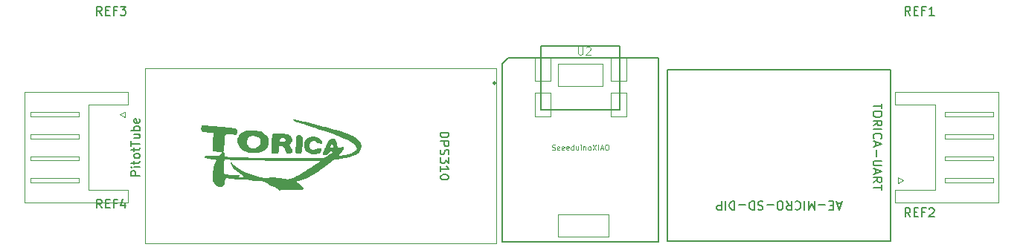
<source format=gbr>
%TF.GenerationSoftware,KiCad,Pcbnew,(6.0.11)*%
%TF.CreationDate,2023-02-20T15:08:45+09:00*%
%TF.ProjectId,airdata,61697264-6174-4612-9e6b-696361645f70,rev?*%
%TF.SameCoordinates,Original*%
%TF.FileFunction,Legend,Top*%
%TF.FilePolarity,Positive*%
%FSLAX46Y46*%
G04 Gerber Fmt 4.6, Leading zero omitted, Abs format (unit mm)*
G04 Created by KiCad (PCBNEW (6.0.11)) date 2023-02-20 15:08:45*
%MOMM*%
%LPD*%
G01*
G04 APERTURE LIST*
%ADD10C,0.101600*%
%ADD11C,0.076200*%
%ADD12C,0.150000*%
%ADD13C,0.066040*%
%ADD14C,0.127000*%
%ADD15C,0.254000*%
%ADD16C,0.120000*%
%ADD17C,0.200000*%
G04 APERTURE END LIST*
D10*
%TO.C,U2*%
X156182766Y-89875966D02*
X156182766Y-90595633D01*
X156225100Y-90680300D01*
X156267433Y-90722633D01*
X156352100Y-90764966D01*
X156521433Y-90764966D01*
X156606100Y-90722633D01*
X156648433Y-90680300D01*
X156690766Y-90595633D01*
X156690766Y-89875966D01*
X157071766Y-89960633D02*
X157114100Y-89918300D01*
X157198766Y-89875966D01*
X157410433Y-89875966D01*
X157495100Y-89918300D01*
X157537433Y-89960633D01*
X157579766Y-90045300D01*
X157579766Y-90129966D01*
X157537433Y-90256966D01*
X157029433Y-90764966D01*
X157579766Y-90764966D01*
D11*
X153193428Y-101595042D02*
X153280514Y-101624071D01*
X153425657Y-101624071D01*
X153483714Y-101595042D01*
X153512742Y-101566014D01*
X153541771Y-101507957D01*
X153541771Y-101449900D01*
X153512742Y-101391842D01*
X153483714Y-101362814D01*
X153425657Y-101333785D01*
X153309542Y-101304757D01*
X153251485Y-101275728D01*
X153222457Y-101246700D01*
X153193428Y-101188642D01*
X153193428Y-101130585D01*
X153222457Y-101072528D01*
X153251485Y-101043500D01*
X153309542Y-101014471D01*
X153454685Y-101014471D01*
X153541771Y-101043500D01*
X154035257Y-101595042D02*
X153977200Y-101624071D01*
X153861085Y-101624071D01*
X153803028Y-101595042D01*
X153774000Y-101536985D01*
X153774000Y-101304757D01*
X153803028Y-101246700D01*
X153861085Y-101217671D01*
X153977200Y-101217671D01*
X154035257Y-101246700D01*
X154064285Y-101304757D01*
X154064285Y-101362814D01*
X153774000Y-101420871D01*
X154557771Y-101595042D02*
X154499714Y-101624071D01*
X154383600Y-101624071D01*
X154325542Y-101595042D01*
X154296514Y-101536985D01*
X154296514Y-101304757D01*
X154325542Y-101246700D01*
X154383600Y-101217671D01*
X154499714Y-101217671D01*
X154557771Y-101246700D01*
X154586800Y-101304757D01*
X154586800Y-101362814D01*
X154296514Y-101420871D01*
X155080285Y-101595042D02*
X155022228Y-101624071D01*
X154906114Y-101624071D01*
X154848057Y-101595042D01*
X154819028Y-101536985D01*
X154819028Y-101304757D01*
X154848057Y-101246700D01*
X154906114Y-101217671D01*
X155022228Y-101217671D01*
X155080285Y-101246700D01*
X155109314Y-101304757D01*
X155109314Y-101362814D01*
X154819028Y-101420871D01*
X155631828Y-101624071D02*
X155631828Y-101014471D01*
X155631828Y-101595042D02*
X155573771Y-101624071D01*
X155457657Y-101624071D01*
X155399600Y-101595042D01*
X155370571Y-101566014D01*
X155341542Y-101507957D01*
X155341542Y-101333785D01*
X155370571Y-101275728D01*
X155399600Y-101246700D01*
X155457657Y-101217671D01*
X155573771Y-101217671D01*
X155631828Y-101246700D01*
X156183371Y-101217671D02*
X156183371Y-101624071D01*
X155922114Y-101217671D02*
X155922114Y-101536985D01*
X155951142Y-101595042D01*
X156009200Y-101624071D01*
X156096285Y-101624071D01*
X156154342Y-101595042D01*
X156183371Y-101566014D01*
X156473657Y-101624071D02*
X156473657Y-101217671D01*
X156473657Y-101014471D02*
X156444628Y-101043500D01*
X156473657Y-101072528D01*
X156502685Y-101043500D01*
X156473657Y-101014471D01*
X156473657Y-101072528D01*
X156763942Y-101217671D02*
X156763942Y-101624071D01*
X156763942Y-101275728D02*
X156792971Y-101246700D01*
X156851028Y-101217671D01*
X156938114Y-101217671D01*
X156996171Y-101246700D01*
X157025200Y-101304757D01*
X157025200Y-101624071D01*
X157402571Y-101624071D02*
X157344514Y-101595042D01*
X157315485Y-101566014D01*
X157286457Y-101507957D01*
X157286457Y-101333785D01*
X157315485Y-101275728D01*
X157344514Y-101246700D01*
X157402571Y-101217671D01*
X157489657Y-101217671D01*
X157547714Y-101246700D01*
X157576742Y-101275728D01*
X157605771Y-101333785D01*
X157605771Y-101507957D01*
X157576742Y-101566014D01*
X157547714Y-101595042D01*
X157489657Y-101624071D01*
X157402571Y-101624071D01*
X157808971Y-101014471D02*
X158215371Y-101624071D01*
X158215371Y-101014471D02*
X157808971Y-101624071D01*
X158447600Y-101624071D02*
X158447600Y-101014471D01*
X158708857Y-101449900D02*
X158999142Y-101449900D01*
X158650800Y-101624071D02*
X158854000Y-101014471D01*
X159057200Y-101624071D01*
X159376514Y-101014471D02*
X159492628Y-101014471D01*
X159550685Y-101043500D01*
X159608742Y-101101557D01*
X159637771Y-101217671D01*
X159637771Y-101420871D01*
X159608742Y-101536985D01*
X159550685Y-101595042D01*
X159492628Y-101624071D01*
X159376514Y-101624071D01*
X159318457Y-101595042D01*
X159260400Y-101536985D01*
X159231371Y-101420871D01*
X159231371Y-101217671D01*
X159260400Y-101101557D01*
X159318457Y-101043500D01*
X159376514Y-101014471D01*
D12*
%TO.C,REF2*%
X193952380Y-109252380D02*
X193619047Y-108776190D01*
X193380952Y-109252380D02*
X193380952Y-108252380D01*
X193761904Y-108252380D01*
X193857142Y-108300000D01*
X193904761Y-108347619D01*
X193952380Y-108442857D01*
X193952380Y-108585714D01*
X193904761Y-108680952D01*
X193857142Y-108728571D01*
X193761904Y-108776190D01*
X193380952Y-108776190D01*
X194380952Y-108728571D02*
X194714285Y-108728571D01*
X194857142Y-109252380D02*
X194380952Y-109252380D01*
X194380952Y-108252380D01*
X194857142Y-108252380D01*
X195619047Y-108728571D02*
X195285714Y-108728571D01*
X195285714Y-109252380D02*
X195285714Y-108252380D01*
X195761904Y-108252380D01*
X196095238Y-108347619D02*
X196142857Y-108300000D01*
X196238095Y-108252380D01*
X196476190Y-108252380D01*
X196571428Y-108300000D01*
X196619047Y-108347619D01*
X196666666Y-108442857D01*
X196666666Y-108538095D01*
X196619047Y-108680952D01*
X196047619Y-109252380D01*
X196666666Y-109252380D01*
%TO.C,TORICA-UART1*%
X190737619Y-96326428D02*
X190737619Y-96897857D01*
X189737619Y-96612142D02*
X190737619Y-96612142D01*
X190737619Y-97421666D02*
X190737619Y-97612142D01*
X190690000Y-97707380D01*
X190594761Y-97802619D01*
X190404285Y-97850238D01*
X190070952Y-97850238D01*
X189880476Y-97802619D01*
X189785238Y-97707380D01*
X189737619Y-97612142D01*
X189737619Y-97421666D01*
X189785238Y-97326428D01*
X189880476Y-97231190D01*
X190070952Y-97183571D01*
X190404285Y-97183571D01*
X190594761Y-97231190D01*
X190690000Y-97326428D01*
X190737619Y-97421666D01*
X189737619Y-98850238D02*
X190213809Y-98516904D01*
X189737619Y-98278809D02*
X190737619Y-98278809D01*
X190737619Y-98659761D01*
X190690000Y-98755000D01*
X190642380Y-98802619D01*
X190547142Y-98850238D01*
X190404285Y-98850238D01*
X190309047Y-98802619D01*
X190261428Y-98755000D01*
X190213809Y-98659761D01*
X190213809Y-98278809D01*
X189737619Y-99278809D02*
X190737619Y-99278809D01*
X189832857Y-100326428D02*
X189785238Y-100278809D01*
X189737619Y-100135952D01*
X189737619Y-100040714D01*
X189785238Y-99897857D01*
X189880476Y-99802619D01*
X189975714Y-99755000D01*
X190166190Y-99707380D01*
X190309047Y-99707380D01*
X190499523Y-99755000D01*
X190594761Y-99802619D01*
X190690000Y-99897857D01*
X190737619Y-100040714D01*
X190737619Y-100135952D01*
X190690000Y-100278809D01*
X190642380Y-100326428D01*
X190023333Y-100707380D02*
X190023333Y-101183571D01*
X189737619Y-100612142D02*
X190737619Y-100945476D01*
X189737619Y-101278809D01*
X190118571Y-101612142D02*
X190118571Y-102374047D01*
X190737619Y-102850238D02*
X189928095Y-102850238D01*
X189832857Y-102897857D01*
X189785238Y-102945476D01*
X189737619Y-103040714D01*
X189737619Y-103231190D01*
X189785238Y-103326428D01*
X189832857Y-103374047D01*
X189928095Y-103421666D01*
X190737619Y-103421666D01*
X190023333Y-103850238D02*
X190023333Y-104326428D01*
X189737619Y-103755000D02*
X190737619Y-104088333D01*
X189737619Y-104421666D01*
X189737619Y-105326428D02*
X190213809Y-104993095D01*
X189737619Y-104755000D02*
X190737619Y-104755000D01*
X190737619Y-105135952D01*
X190690000Y-105231190D01*
X190642380Y-105278809D01*
X190547142Y-105326428D01*
X190404285Y-105326428D01*
X190309047Y-105278809D01*
X190261428Y-105231190D01*
X190213809Y-105135952D01*
X190213809Y-104755000D01*
X190737619Y-105612142D02*
X190737619Y-106183571D01*
X189737619Y-105897857D02*
X190737619Y-105897857D01*
%TO.C,REF1*%
X193952380Y-86252380D02*
X193619047Y-85776190D01*
X193380952Y-86252380D02*
X193380952Y-85252380D01*
X193761904Y-85252380D01*
X193857142Y-85300000D01*
X193904761Y-85347619D01*
X193952380Y-85442857D01*
X193952380Y-85585714D01*
X193904761Y-85680952D01*
X193857142Y-85728571D01*
X193761904Y-85776190D01*
X193380952Y-85776190D01*
X194380952Y-85728571D02*
X194714285Y-85728571D01*
X194857142Y-86252380D02*
X194380952Y-86252380D01*
X194380952Y-85252380D01*
X194857142Y-85252380D01*
X195619047Y-85728571D02*
X195285714Y-85728571D01*
X195285714Y-86252380D02*
X195285714Y-85252380D01*
X195761904Y-85252380D01*
X196666666Y-86252380D02*
X196095238Y-86252380D01*
X196380952Y-86252380D02*
X196380952Y-85252380D01*
X196285714Y-85395238D01*
X196190476Y-85490476D01*
X196095238Y-85538095D01*
%TO.C,PitotTube1*%
X106282380Y-104568095D02*
X105282380Y-104568095D01*
X105282380Y-104187142D01*
X105330000Y-104091904D01*
X105377619Y-104044285D01*
X105472857Y-103996666D01*
X105615714Y-103996666D01*
X105710952Y-104044285D01*
X105758571Y-104091904D01*
X105806190Y-104187142D01*
X105806190Y-104568095D01*
X106282380Y-103568095D02*
X105615714Y-103568095D01*
X105282380Y-103568095D02*
X105330000Y-103615714D01*
X105377619Y-103568095D01*
X105330000Y-103520476D01*
X105282380Y-103568095D01*
X105377619Y-103568095D01*
X105615714Y-103234761D02*
X105615714Y-102853809D01*
X105282380Y-103091904D02*
X106139523Y-103091904D01*
X106234761Y-103044285D01*
X106282380Y-102949047D01*
X106282380Y-102853809D01*
X106282380Y-102377619D02*
X106234761Y-102472857D01*
X106187142Y-102520476D01*
X106091904Y-102568095D01*
X105806190Y-102568095D01*
X105710952Y-102520476D01*
X105663333Y-102472857D01*
X105615714Y-102377619D01*
X105615714Y-102234761D01*
X105663333Y-102139523D01*
X105710952Y-102091904D01*
X105806190Y-102044285D01*
X106091904Y-102044285D01*
X106187142Y-102091904D01*
X106234761Y-102139523D01*
X106282380Y-102234761D01*
X106282380Y-102377619D01*
X105615714Y-101758571D02*
X105615714Y-101377619D01*
X105282380Y-101615714D02*
X106139523Y-101615714D01*
X106234761Y-101568095D01*
X106282380Y-101472857D01*
X106282380Y-101377619D01*
X105282380Y-101187142D02*
X105282380Y-100615714D01*
X106282380Y-100901428D02*
X105282380Y-100901428D01*
X105615714Y-99853809D02*
X106282380Y-99853809D01*
X105615714Y-100282380D02*
X106139523Y-100282380D01*
X106234761Y-100234761D01*
X106282380Y-100139523D01*
X106282380Y-99996666D01*
X106234761Y-99901428D01*
X106187142Y-99853809D01*
X106282380Y-99377619D02*
X105282380Y-99377619D01*
X105663333Y-99377619D02*
X105615714Y-99282380D01*
X105615714Y-99091904D01*
X105663333Y-98996666D01*
X105710952Y-98949047D01*
X105806190Y-98901428D01*
X106091904Y-98901428D01*
X106187142Y-98949047D01*
X106234761Y-98996666D01*
X106282380Y-99091904D01*
X106282380Y-99282380D01*
X106234761Y-99377619D01*
X106234761Y-98091904D02*
X106282380Y-98187142D01*
X106282380Y-98377619D01*
X106234761Y-98472857D01*
X106139523Y-98520476D01*
X105758571Y-98520476D01*
X105663333Y-98472857D01*
X105615714Y-98377619D01*
X105615714Y-98187142D01*
X105663333Y-98091904D01*
X105758571Y-98044285D01*
X105853809Y-98044285D01*
X105949047Y-98520476D01*
%TO.C,REF3*%
X101952380Y-86252380D02*
X101619047Y-85776190D01*
X101380952Y-86252380D02*
X101380952Y-85252380D01*
X101761904Y-85252380D01*
X101857142Y-85300000D01*
X101904761Y-85347619D01*
X101952380Y-85442857D01*
X101952380Y-85585714D01*
X101904761Y-85680952D01*
X101857142Y-85728571D01*
X101761904Y-85776190D01*
X101380952Y-85776190D01*
X102380952Y-85728571D02*
X102714285Y-85728571D01*
X102857142Y-86252380D02*
X102380952Y-86252380D01*
X102380952Y-85252380D01*
X102857142Y-85252380D01*
X103619047Y-85728571D02*
X103285714Y-85728571D01*
X103285714Y-86252380D02*
X103285714Y-85252380D01*
X103761904Y-85252380D01*
X104047619Y-85252380D02*
X104666666Y-85252380D01*
X104333333Y-85633333D01*
X104476190Y-85633333D01*
X104571428Y-85680952D01*
X104619047Y-85728571D01*
X104666666Y-85823809D01*
X104666666Y-86061904D01*
X104619047Y-86157142D01*
X104571428Y-86204761D01*
X104476190Y-86252380D01*
X104190476Y-86252380D01*
X104095238Y-86204761D01*
X104047619Y-86157142D01*
%TO.C,REF4*%
X101952380Y-108252380D02*
X101619047Y-107776190D01*
X101380952Y-108252380D02*
X101380952Y-107252380D01*
X101761904Y-107252380D01*
X101857142Y-107300000D01*
X101904761Y-107347619D01*
X101952380Y-107442857D01*
X101952380Y-107585714D01*
X101904761Y-107680952D01*
X101857142Y-107728571D01*
X101761904Y-107776190D01*
X101380952Y-107776190D01*
X102380952Y-107728571D02*
X102714285Y-107728571D01*
X102857142Y-108252380D02*
X102380952Y-108252380D01*
X102380952Y-107252380D01*
X102857142Y-107252380D01*
X103619047Y-107728571D02*
X103285714Y-107728571D01*
X103285714Y-108252380D02*
X103285714Y-107252380D01*
X103761904Y-107252380D01*
X104571428Y-107585714D02*
X104571428Y-108252380D01*
X104333333Y-107204761D02*
X104095238Y-107919047D01*
X104714285Y-107919047D01*
%TO.C,J1*%
X186095238Y-107738333D02*
X185619047Y-107738333D01*
X186190476Y-107452619D02*
X185857142Y-108452619D01*
X185523809Y-107452619D01*
X185190476Y-107976428D02*
X184857142Y-107976428D01*
X184714285Y-107452619D02*
X185190476Y-107452619D01*
X185190476Y-108452619D01*
X184714285Y-108452619D01*
X184285714Y-107833571D02*
X183523809Y-107833571D01*
X183047619Y-107452619D02*
X183047619Y-108452619D01*
X182714285Y-107738333D01*
X182380952Y-108452619D01*
X182380952Y-107452619D01*
X181904761Y-107452619D02*
X181904761Y-108452619D01*
X180857142Y-107547857D02*
X180904761Y-107500238D01*
X181047619Y-107452619D01*
X181142857Y-107452619D01*
X181285714Y-107500238D01*
X181380952Y-107595476D01*
X181428571Y-107690714D01*
X181476190Y-107881190D01*
X181476190Y-108024047D01*
X181428571Y-108214523D01*
X181380952Y-108309761D01*
X181285714Y-108405000D01*
X181142857Y-108452619D01*
X181047619Y-108452619D01*
X180904761Y-108405000D01*
X180857142Y-108357380D01*
X179857142Y-107452619D02*
X180190476Y-107928809D01*
X180428571Y-107452619D02*
X180428571Y-108452619D01*
X180047619Y-108452619D01*
X179952380Y-108405000D01*
X179904761Y-108357380D01*
X179857142Y-108262142D01*
X179857142Y-108119285D01*
X179904761Y-108024047D01*
X179952380Y-107976428D01*
X180047619Y-107928809D01*
X180428571Y-107928809D01*
X179238095Y-108452619D02*
X179047619Y-108452619D01*
X178952380Y-108405000D01*
X178857142Y-108309761D01*
X178809523Y-108119285D01*
X178809523Y-107785952D01*
X178857142Y-107595476D01*
X178952380Y-107500238D01*
X179047619Y-107452619D01*
X179238095Y-107452619D01*
X179333333Y-107500238D01*
X179428571Y-107595476D01*
X179476190Y-107785952D01*
X179476190Y-108119285D01*
X179428571Y-108309761D01*
X179333333Y-108405000D01*
X179238095Y-108452619D01*
X178380952Y-107833571D02*
X177619047Y-107833571D01*
X177190476Y-107500238D02*
X177047619Y-107452619D01*
X176809523Y-107452619D01*
X176714285Y-107500238D01*
X176666666Y-107547857D01*
X176619047Y-107643095D01*
X176619047Y-107738333D01*
X176666666Y-107833571D01*
X176714285Y-107881190D01*
X176809523Y-107928809D01*
X177000000Y-107976428D01*
X177095238Y-108024047D01*
X177142857Y-108071666D01*
X177190476Y-108166904D01*
X177190476Y-108262142D01*
X177142857Y-108357380D01*
X177095238Y-108405000D01*
X177000000Y-108452619D01*
X176761904Y-108452619D01*
X176619047Y-108405000D01*
X176190476Y-107452619D02*
X176190476Y-108452619D01*
X175952380Y-108452619D01*
X175809523Y-108405000D01*
X175714285Y-108309761D01*
X175666666Y-108214523D01*
X175619047Y-108024047D01*
X175619047Y-107881190D01*
X175666666Y-107690714D01*
X175714285Y-107595476D01*
X175809523Y-107500238D01*
X175952380Y-107452619D01*
X176190476Y-107452619D01*
X175190476Y-107833571D02*
X174428571Y-107833571D01*
X173952380Y-107452619D02*
X173952380Y-108452619D01*
X173714285Y-108452619D01*
X173571428Y-108405000D01*
X173476190Y-108309761D01*
X173428571Y-108214523D01*
X173380952Y-108024047D01*
X173380952Y-107881190D01*
X173428571Y-107690714D01*
X173476190Y-107595476D01*
X173571428Y-107500238D01*
X173714285Y-107452619D01*
X173952380Y-107452619D01*
X172952380Y-107452619D02*
X172952380Y-108452619D01*
X172476190Y-107452619D02*
X172476190Y-108452619D01*
X172095238Y-108452619D01*
X172000000Y-108405000D01*
X171952380Y-108357380D01*
X171904761Y-108262142D01*
X171904761Y-108119285D01*
X171952380Y-108024047D01*
X172000000Y-107976428D01*
X172095238Y-107928809D01*
X172476190Y-107928809D01*
%TO.C,U1*%
X140447619Y-99628333D02*
X141447619Y-99628333D01*
X141447619Y-99866428D01*
X141400000Y-100009285D01*
X141304761Y-100104523D01*
X141209523Y-100152142D01*
X141019047Y-100199761D01*
X140876190Y-100199761D01*
X140685714Y-100152142D01*
X140590476Y-100104523D01*
X140495238Y-100009285D01*
X140447619Y-99866428D01*
X140447619Y-99628333D01*
X140447619Y-100628333D02*
X141447619Y-100628333D01*
X141447619Y-101009285D01*
X141400000Y-101104523D01*
X141352380Y-101152142D01*
X141257142Y-101199761D01*
X141114285Y-101199761D01*
X141019047Y-101152142D01*
X140971428Y-101104523D01*
X140923809Y-101009285D01*
X140923809Y-100628333D01*
X140495238Y-101580714D02*
X140447619Y-101723571D01*
X140447619Y-101961666D01*
X140495238Y-102056904D01*
X140542857Y-102104523D01*
X140638095Y-102152142D01*
X140733333Y-102152142D01*
X140828571Y-102104523D01*
X140876190Y-102056904D01*
X140923809Y-101961666D01*
X140971428Y-101771190D01*
X141019047Y-101675952D01*
X141066666Y-101628333D01*
X141161904Y-101580714D01*
X141257142Y-101580714D01*
X141352380Y-101628333D01*
X141400000Y-101675952D01*
X141447619Y-101771190D01*
X141447619Y-102009285D01*
X141400000Y-102152142D01*
X141447619Y-102485476D02*
X141447619Y-103104523D01*
X141066666Y-102771190D01*
X141066666Y-102914047D01*
X141019047Y-103009285D01*
X140971428Y-103056904D01*
X140876190Y-103104523D01*
X140638095Y-103104523D01*
X140542857Y-103056904D01*
X140495238Y-103009285D01*
X140447619Y-102914047D01*
X140447619Y-102628333D01*
X140495238Y-102533095D01*
X140542857Y-102485476D01*
X140447619Y-104056904D02*
X140447619Y-103485476D01*
X140447619Y-103771190D02*
X141447619Y-103771190D01*
X141304761Y-103675952D01*
X141209523Y-103580714D01*
X141161904Y-103485476D01*
X141447619Y-104675952D02*
X141447619Y-104771190D01*
X141400000Y-104866428D01*
X141352380Y-104914047D01*
X141257142Y-104961666D01*
X141066666Y-105009285D01*
X140828571Y-105009285D01*
X140638095Y-104961666D01*
X140542857Y-104914047D01*
X140495238Y-104866428D01*
X140447619Y-104771190D01*
X140447619Y-104675952D01*
X140495238Y-104580714D01*
X140542857Y-104533095D01*
X140638095Y-104485476D01*
X140828571Y-104437857D01*
X141066666Y-104437857D01*
X141257142Y-104485476D01*
X141352380Y-104533095D01*
X141400000Y-104580714D01*
X141447619Y-104675952D01*
D13*
%TO.C,U2*%
X151208600Y-91061300D02*
X152986600Y-91061300D01*
D14*
X147525600Y-91815680D02*
X147525600Y-112143300D01*
D13*
X153875600Y-111508300D02*
X153875600Y-108968300D01*
X151208600Y-93728300D02*
X152986600Y-93728300D01*
D14*
X160919020Y-97073480D02*
X151919800Y-97073480D01*
D13*
X161622600Y-93728300D02*
X161622600Y-91061300D01*
X158955600Y-94363300D02*
X158955600Y-91823300D01*
X151208600Y-97794840D02*
X152986600Y-97794840D01*
D14*
X148196160Y-91145120D02*
X147525600Y-91815680D01*
D13*
X153875600Y-108968300D02*
X159590600Y-108968300D01*
D14*
X147525600Y-112143300D02*
X165323380Y-112143300D01*
D13*
X159844600Y-91061300D02*
X161622600Y-91061300D01*
X153875600Y-111508300D02*
X159590600Y-111508300D01*
D14*
X160919020Y-89720180D02*
X160919020Y-97073480D01*
D13*
X152986600Y-97794840D02*
X152986600Y-95125300D01*
D14*
X165323380Y-112143300D02*
X165323380Y-91145120D01*
X151919800Y-97073480D02*
X151919800Y-89720180D01*
D13*
X161622600Y-97794840D02*
X161622600Y-95125300D01*
X151208600Y-95125300D02*
X152986600Y-95125300D01*
D14*
X165323380Y-91145120D02*
X148196160Y-91145120D01*
D13*
X151208600Y-93728300D02*
X151208600Y-91061300D01*
X153875600Y-91823300D02*
X158955600Y-91823300D01*
X159844600Y-95125300D02*
X161622600Y-95125300D01*
X159844600Y-93728300D02*
X161622600Y-93728300D01*
X151208600Y-97794840D02*
X151208600Y-95125300D01*
X159590600Y-111508300D02*
X159590600Y-108968300D01*
X159844600Y-97794840D02*
X161622600Y-97794840D01*
X153875600Y-94363300D02*
X153875600Y-91823300D01*
X152986600Y-93728300D02*
X152986600Y-91061300D01*
X159844600Y-97794840D02*
X159844600Y-95125300D01*
X159844600Y-93728300D02*
X159844600Y-91061300D01*
D14*
X151924880Y-89720180D02*
X160919020Y-89720180D01*
D13*
X153875600Y-94363300D02*
X158955600Y-94363300D01*
D15*
X146763600Y-93982300D02*
G75*
G03*
X146763600Y-93982300I-127000J0D01*
G01*
%TO.C,G\u002A\u002A\u002A*%
G36*
X124564559Y-99950724D02*
G01*
X124682731Y-99982977D01*
X124755785Y-100062400D01*
X124793820Y-100210459D01*
X124806933Y-100448620D01*
X124805225Y-100798349D01*
X124804869Y-100823506D01*
X124794640Y-101154609D01*
X124775449Y-101456961D01*
X124750251Y-101692787D01*
X124727855Y-101807831D01*
X124674516Y-101944757D01*
X124594474Y-102007986D01*
X124441506Y-102025616D01*
X124368596Y-102026217D01*
X124179084Y-102010409D01*
X124051010Y-101970692D01*
X124029161Y-101951415D01*
X124016546Y-101861287D01*
X124012804Y-101668196D01*
X124016622Y-101403185D01*
X124026685Y-101097294D01*
X124041682Y-100781565D01*
X124060297Y-100487041D01*
X124081217Y-100244764D01*
X124103129Y-100085775D01*
X124109167Y-100060741D01*
X124182707Y-99974836D01*
X124352294Y-99944592D01*
X124391168Y-99944177D01*
X124564559Y-99950724D01*
G37*
G36*
X126222244Y-100106499D02*
G01*
X126567486Y-100212290D01*
X126733915Y-100304266D01*
X126882478Y-100434678D01*
X126998127Y-100594917D01*
X127058212Y-100745130D01*
X127040986Y-100844578D01*
X126913370Y-100889665D01*
X126722821Y-100873112D01*
X126520187Y-100804803D01*
X126379367Y-100715981D01*
X126239918Y-100607308D01*
X126141391Y-100550423D01*
X126129312Y-100547992D01*
X125999826Y-100588720D01*
X125838465Y-100685308D01*
X125708742Y-100798948D01*
X125699095Y-100810870D01*
X125625041Y-100995421D01*
X125620875Y-101220004D01*
X125682231Y-101422594D01*
X125748122Y-101507315D01*
X125927689Y-101598217D01*
X126132866Y-101617199D01*
X126306205Y-101562839D01*
X126352116Y-101522248D01*
X126479850Y-101452023D01*
X126670689Y-101423497D01*
X126858332Y-101442114D01*
X126935970Y-101474306D01*
X126975536Y-101566577D01*
X126930084Y-101707431D01*
X126820588Y-101862831D01*
X126668022Y-101998736D01*
X126581946Y-102048836D01*
X126245837Y-102140755D01*
X125871405Y-102128972D01*
X125632506Y-102066089D01*
X125325616Y-101888551D01*
X125110053Y-101621277D01*
X124994460Y-101280475D01*
X124987479Y-100882353D01*
X124990126Y-100861302D01*
X125090090Y-100564914D01*
X125287458Y-100333518D01*
X125558055Y-100174835D01*
X125877709Y-100096588D01*
X126222244Y-100106499D01*
G37*
G36*
X114833028Y-103123289D02*
G01*
X114943445Y-102919656D01*
X114943565Y-102919504D01*
X114979590Y-102807204D01*
X114895628Y-102730185D01*
X114703687Y-102698469D01*
X114678390Y-102698174D01*
X114477294Y-102686251D01*
X114212538Y-102655486D01*
X114018140Y-102625429D01*
X113790642Y-102580848D01*
X113669708Y-102538296D01*
X113628541Y-102483202D01*
X113635749Y-102417527D01*
X113659591Y-102358943D01*
X113710515Y-102321452D01*
X113812756Y-102301595D01*
X113990547Y-102295918D01*
X114268123Y-102300964D01*
X114421388Y-102305484D01*
X114749624Y-102314181D01*
X114973697Y-102312944D01*
X115123746Y-102296860D01*
X115229906Y-102261013D01*
X115322313Y-102200490D01*
X115386238Y-102148147D01*
X115520349Y-102019555D01*
X115595176Y-101917133D01*
X115600793Y-101896163D01*
X115537433Y-101856249D01*
X115361757Y-101830977D01*
X115147222Y-101823600D01*
X114902584Y-101814931D01*
X114705494Y-101793266D01*
X114602750Y-101764970D01*
X114568273Y-101722327D01*
X114549066Y-101634456D01*
X114545013Y-101481311D01*
X114555998Y-101242848D01*
X114581904Y-100899021D01*
X114596717Y-100724031D01*
X114623807Y-100374115D01*
X114641243Y-100072915D01*
X114648047Y-99845203D01*
X114643241Y-99715754D01*
X114637314Y-99696423D01*
X114553875Y-99672489D01*
X114370846Y-99647739D01*
X114122926Y-99626524D01*
X114038584Y-99621360D01*
X113701515Y-99597304D01*
X113476502Y-99561036D01*
X113341213Y-99499676D01*
X113273314Y-99400343D01*
X113250472Y-99250155D01*
X113248942Y-99165924D01*
X113270633Y-98940781D01*
X113333620Y-98832092D01*
X113342495Y-98827898D01*
X113434436Y-98823498D01*
X113639332Y-98831293D01*
X113936432Y-98849915D01*
X114304987Y-98877997D01*
X114724244Y-98914170D01*
X114904797Y-98930910D01*
X115367657Y-98974566D01*
X115815165Y-99016555D01*
X116219480Y-99054280D01*
X116552760Y-99085147D01*
X116787163Y-99106559D01*
X116827622Y-99110181D01*
X117105251Y-99145160D01*
X117272111Y-99204385D01*
X117351815Y-99310179D01*
X117367972Y-99484866D01*
X117358892Y-99612499D01*
X117332490Y-99889347D01*
X116671274Y-99842021D01*
X116408819Y-99820940D01*
X116219557Y-99813083D01*
X116090665Y-99836398D01*
X116009316Y-99908834D01*
X115962687Y-100048340D01*
X115937951Y-100272863D01*
X115922284Y-100600352D01*
X115909504Y-100908112D01*
X115888624Y-101239240D01*
X115859657Y-101517637D01*
X115826218Y-101714882D01*
X115796219Y-101798456D01*
X115757511Y-101873488D01*
X115827751Y-101891825D01*
X115906605Y-101933992D01*
X115935872Y-102076445D01*
X115936772Y-102123966D01*
X115950634Y-102283670D01*
X116018315Y-102357207D01*
X116155159Y-102388552D01*
X116376838Y-102411716D01*
X116714261Y-102433787D01*
X117153863Y-102454627D01*
X117682079Y-102474098D01*
X118285346Y-102492062D01*
X118950099Y-102508382D01*
X119662773Y-102522919D01*
X120409805Y-102535537D01*
X121177631Y-102546097D01*
X121952685Y-102554462D01*
X122721405Y-102560493D01*
X123470225Y-102564054D01*
X124185582Y-102565007D01*
X124853911Y-102563214D01*
X125461647Y-102558536D01*
X125995228Y-102550837D01*
X126441088Y-102539979D01*
X126785663Y-102525824D01*
X127015390Y-102508234D01*
X127076273Y-102499431D01*
X127350096Y-102427143D01*
X127575544Y-102329964D01*
X127722471Y-102223595D01*
X127763227Y-102141681D01*
X127791604Y-102103549D01*
X127806039Y-102113826D01*
X127883738Y-102110850D01*
X128005155Y-102043884D01*
X128124393Y-101947498D01*
X128195557Y-101856260D01*
X128196824Y-101819491D01*
X128092278Y-101753207D01*
X127951742Y-101787822D01*
X127810307Y-101910177D01*
X127759771Y-101983387D01*
X127632841Y-102145694D01*
X127500374Y-102194905D01*
X127476455Y-102193550D01*
X127298263Y-102176506D01*
X127208862Y-102169184D01*
X127114428Y-102118489D01*
X127103204Y-101981449D01*
X127175690Y-101750908D01*
X127249719Y-101585221D01*
X127368645Y-101333675D01*
X127412283Y-101239930D01*
X127948589Y-101239930D01*
X127972969Y-101325809D01*
X128100066Y-101353508D01*
X128144003Y-101354259D01*
X128272731Y-101315073D01*
X128300793Y-101232711D01*
X128262189Y-101080563D01*
X128210104Y-100987137D01*
X128144440Y-100914126D01*
X128092548Y-100933828D01*
X128020832Y-101060743D01*
X128015680Y-101071052D01*
X127948589Y-101239930D01*
X127412283Y-101239930D01*
X127486868Y-101079704D01*
X127530435Y-100984682D01*
X127679630Y-100686832D01*
X127813444Y-100497426D01*
X127951382Y-100395125D01*
X128102076Y-100359330D01*
X128369788Y-100367439D01*
X128526916Y-100439297D01*
X128569577Y-100548472D01*
X128598572Y-100673232D01*
X128630925Y-100712286D01*
X128681063Y-100797884D01*
X128727226Y-100961432D01*
X128735019Y-101003208D01*
X128786305Y-101243108D01*
X128850665Y-101366565D01*
X128947956Y-101391359D01*
X129098035Y-101335266D01*
X129103104Y-101332747D01*
X129316980Y-101261080D01*
X129453509Y-101284232D01*
X129507861Y-101383876D01*
X129475209Y-101541687D01*
X129350727Y-101739339D01*
X129241534Y-101858227D01*
X129052936Y-102064045D01*
X128976512Y-102202582D01*
X129012487Y-102272039D01*
X129161083Y-102270613D01*
X129191137Y-102264601D01*
X129410657Y-102222090D01*
X129654197Y-102181482D01*
X129676921Y-102178090D01*
X129971970Y-102108268D01*
X130303158Y-101990236D01*
X130611190Y-101847702D01*
X130810929Y-101724686D01*
X130935564Y-101588386D01*
X130988601Y-101445483D01*
X130988624Y-101443056D01*
X130941980Y-101318857D01*
X130823130Y-101148660D01*
X130663694Y-100966580D01*
X130495295Y-100806730D01*
X130349554Y-100703224D01*
X130283453Y-100682301D01*
X130193785Y-100646138D01*
X130182275Y-100615106D01*
X130130228Y-100551025D01*
X130107887Y-100547910D01*
X130013797Y-100521272D01*
X129835434Y-100451099D01*
X129609686Y-100352004D01*
X129587120Y-100341619D01*
X129346652Y-100230525D01*
X129139447Y-100134864D01*
X129009078Y-100074752D01*
X129006349Y-100073497D01*
X128842229Y-100006170D01*
X128577866Y-99907072D01*
X128240858Y-99785881D01*
X127858804Y-99652274D01*
X127459301Y-99515927D01*
X127069947Y-99386520D01*
X126788889Y-99295939D01*
X126483377Y-99196993D01*
X126217385Y-99106758D01*
X126021863Y-99035990D01*
X125933054Y-98998564D01*
X125763950Y-98943300D01*
X125685036Y-98935211D01*
X125559771Y-98910036D01*
X125519266Y-98879499D01*
X125439885Y-98835594D01*
X125269447Y-98778899D01*
X125095327Y-98733830D01*
X124874508Y-98677879D01*
X124705428Y-98626015D01*
X124638624Y-98597220D01*
X124528643Y-98548998D01*
X124369841Y-98502523D01*
X124139418Y-98432787D01*
X123944757Y-98348012D01*
X123804890Y-98261848D01*
X123738853Y-98187944D01*
X123765679Y-98139949D01*
X123849074Y-98129076D01*
X123979079Y-98146422D01*
X124222938Y-98195661D01*
X124564950Y-98272961D01*
X124989412Y-98374491D01*
X125480621Y-98496420D01*
X126022877Y-98634915D01*
X126600476Y-98786147D01*
X127192063Y-98944750D01*
X127473069Y-99020726D01*
X127743860Y-99093511D01*
X127931217Y-99143472D01*
X128443629Y-99284985D01*
X128946361Y-99434721D01*
X129411875Y-99583732D01*
X129812634Y-99723069D01*
X130121099Y-99843785D01*
X130211695Y-99884483D01*
X130388678Y-99962029D01*
X130516840Y-100006340D01*
X130541568Y-100010344D01*
X130625229Y-100048249D01*
X130779968Y-100147304D01*
X130959566Y-100276658D01*
X131274970Y-100562884D01*
X131459954Y-100853437D01*
X131518229Y-101161025D01*
X131453505Y-101498358D01*
X131372230Y-101690238D01*
X131248711Y-101886003D01*
X131076894Y-102052445D01*
X130841986Y-102195764D01*
X130529196Y-102322164D01*
X130123730Y-102437845D01*
X129610798Y-102549010D01*
X129107143Y-102639872D01*
X128842373Y-102682395D01*
X128614236Y-102714929D01*
X128468214Y-102731038D01*
X128459599Y-102731510D01*
X128321843Y-102776314D01*
X128143256Y-102881803D01*
X128070611Y-102936375D01*
X127863061Y-103103024D01*
X127628553Y-103289532D01*
X127542229Y-103357687D01*
X127356788Y-103504262D01*
X127198726Y-103630225D01*
X127140898Y-103676867D01*
X127019524Y-103754017D01*
X126956110Y-103773307D01*
X126891399Y-103814120D01*
X126889682Y-103826015D01*
X126837798Y-103893274D01*
X126712202Y-103983803D01*
X126704894Y-103988172D01*
X126518155Y-104113462D01*
X126337425Y-104254644D01*
X126097444Y-104422560D01*
X125762332Y-104605480D01*
X125367786Y-104787658D01*
X124949501Y-104953343D01*
X124543173Y-105086789D01*
X124319444Y-105144949D01*
X124178028Y-105192372D01*
X124151079Y-105255774D01*
X124240802Y-105351896D01*
X124357861Y-105436540D01*
X124561133Y-105593654D01*
X124756763Y-105772417D01*
X124770820Y-105786888D01*
X124887758Y-105922973D01*
X124916051Y-106012715D01*
X124870944Y-106095013D01*
X124821611Y-106135223D01*
X124737908Y-106163484D01*
X124600091Y-106181240D01*
X124388418Y-106189934D01*
X124083144Y-106191009D01*
X123664528Y-106185909D01*
X123634377Y-106185422D01*
X123245079Y-106182104D01*
X122894116Y-106184774D01*
X122607237Y-106192796D01*
X122410190Y-106205534D01*
X122337933Y-106217424D01*
X122198282Y-106225600D01*
X122062053Y-106131796D01*
X122035552Y-106104196D01*
X121880520Y-105984954D01*
X121661536Y-105870343D01*
X121552469Y-105827868D01*
X121084249Y-105633891D01*
X120729204Y-105410353D01*
X120677423Y-105366606D01*
X120593560Y-105300028D01*
X120499607Y-105252518D01*
X120370231Y-105219455D01*
X120180098Y-105196217D01*
X119903878Y-105178182D01*
X119558612Y-105162490D01*
X119248633Y-105143200D01*
X118977598Y-105114773D01*
X118780854Y-105081551D01*
X118706284Y-105057779D01*
X118579945Y-105026581D01*
X118345043Y-105002236D01*
X118027317Y-104986693D01*
X117705079Y-104981853D01*
X117203470Y-104971067D01*
X116828832Y-104939654D01*
X116575256Y-104887101D01*
X116560901Y-104882274D01*
X116291270Y-104815467D01*
X116110832Y-104842503D01*
X116005497Y-104971240D01*
X115961174Y-105209534D01*
X115960728Y-105216930D01*
X115902022Y-105504137D01*
X115774346Y-105719823D01*
X115595473Y-105839814D01*
X115490566Y-105856375D01*
X115227178Y-105799340D01*
X114962086Y-105647946D01*
X114745581Y-105431757D01*
X114729308Y-105408837D01*
X114651525Y-105279705D01*
X114603852Y-105145196D01*
X114579449Y-104968191D01*
X114571476Y-104711574D01*
X114571462Y-104552261D01*
X114593224Y-104175754D01*
X114649611Y-103787789D01*
X114698888Y-103571522D01*
X115861672Y-103571522D01*
X115864995Y-103852788D01*
X115875581Y-104096841D01*
X115893703Y-104269388D01*
X115903320Y-104311332D01*
X115929564Y-104365881D01*
X115982430Y-104403330D01*
X116084236Y-104426952D01*
X116257301Y-104440016D01*
X116523944Y-104445796D01*
X116831644Y-104447401D01*
X117190913Y-104450075D01*
X117432353Y-104457351D01*
X117572501Y-104471178D01*
X117627893Y-104493504D01*
X117615066Y-104526277D01*
X117600912Y-104538040D01*
X117526076Y-104624411D01*
X117528117Y-104670295D01*
X117625442Y-104702745D01*
X117790595Y-104713212D01*
X117965132Y-104703165D01*
X118090608Y-104674073D01*
X118115267Y-104655537D01*
X118081169Y-104593951D01*
X117957109Y-104488334D01*
X117769791Y-104361365D01*
X117766455Y-104359302D01*
X117451138Y-104135297D01*
X117158367Y-103874082D01*
X116908750Y-103599570D01*
X116722897Y-103335673D01*
X116621419Y-103106306D01*
X116608730Y-103016016D01*
X116647639Y-103009639D01*
X116745481Y-103087036D01*
X116794262Y-103136771D01*
X117048232Y-103380687D01*
X117344528Y-103621665D01*
X117626035Y-103814039D01*
X117680869Y-103845612D01*
X117874893Y-103957826D01*
X118032712Y-104055928D01*
X118217527Y-104149575D01*
X118503761Y-104262089D01*
X118861314Y-104384711D01*
X119260082Y-104508684D01*
X119669964Y-104625249D01*
X120060859Y-104725647D01*
X120402665Y-104801120D01*
X120665279Y-104842911D01*
X120756536Y-104848439D01*
X120921902Y-104825328D01*
X121020515Y-104777500D01*
X121105950Y-104751284D01*
X121294116Y-104747563D01*
X121594889Y-104766645D01*
X122017122Y-104808728D01*
X122355322Y-104848246D01*
X122643484Y-104886060D01*
X122856297Y-104918536D01*
X122968453Y-104942036D01*
X122978758Y-104946863D01*
X123003849Y-104970418D01*
X123040390Y-104977486D01*
X123121148Y-104963530D01*
X123278894Y-104924017D01*
X123431635Y-104884200D01*
X123667067Y-104810652D01*
X123923416Y-104711572D01*
X124169446Y-104601647D01*
X124373923Y-104495567D01*
X124505609Y-104408019D01*
X124537831Y-104364031D01*
X124589733Y-104312721D01*
X124608061Y-104310873D01*
X124692018Y-104275361D01*
X124856847Y-104180418D01*
X125073148Y-104043429D01*
X125176190Y-103974894D01*
X125400433Y-103825812D01*
X125579919Y-103710677D01*
X125687726Y-103646568D01*
X125705789Y-103638915D01*
X125781532Y-103603414D01*
X125932304Y-103510815D01*
X126127846Y-103381978D01*
X126337899Y-103237761D01*
X126532206Y-103099023D01*
X126680507Y-102986623D01*
X126752544Y-102921420D01*
X126755153Y-102915531D01*
X126689818Y-102906680D01*
X126501401Y-102897866D01*
X126201211Y-102889263D01*
X125800558Y-102881040D01*
X125310752Y-102873371D01*
X124743103Y-102866426D01*
X124108919Y-102860378D01*
X123419510Y-102855399D01*
X122686186Y-102851659D01*
X122502844Y-102850958D01*
X121719415Y-102847164D01*
X120945151Y-102841538D01*
X120195777Y-102834312D01*
X119487020Y-102825720D01*
X118834605Y-102815995D01*
X118254257Y-102805372D01*
X117761703Y-102794083D01*
X117372669Y-102782362D01*
X117110521Y-102770883D01*
X116731460Y-102752538D01*
X116399186Y-102742559D01*
X116136876Y-102741151D01*
X115967713Y-102748522D01*
X115915591Y-102760233D01*
X115892572Y-102847400D01*
X115875732Y-103034533D01*
X115865341Y-103287339D01*
X115861672Y-103571522D01*
X114698888Y-103571522D01*
X114732315Y-103424817D01*
X114833028Y-103123289D01*
G37*
G36*
X117360597Y-100426972D02*
G01*
X117403488Y-100244421D01*
X117512068Y-100048373D01*
X117523420Y-100031018D01*
X117740545Y-99784675D01*
X118021890Y-99579153D01*
X118040713Y-99568697D01*
X118187190Y-99492672D01*
X118315229Y-99442907D01*
X118456798Y-99415247D01*
X118643869Y-99405535D01*
X118908409Y-99409615D01*
X119187338Y-99419630D01*
X119538830Y-99435442D01*
X119788045Y-99455179D01*
X119967070Y-99485302D01*
X120107998Y-99532272D01*
X120242916Y-99602549D01*
X120315457Y-99646766D01*
X120626288Y-99876473D01*
X120824720Y-100118093D01*
X120931641Y-100400720D01*
X120953984Y-100536098D01*
X120945364Y-100943931D01*
X120821035Y-101291336D01*
X120588210Y-101572212D01*
X120254104Y-101780456D01*
X119825929Y-101909965D01*
X119310900Y-101954636D01*
X119277413Y-101954486D01*
X118976939Y-101939332D01*
X118677666Y-101904381D01*
X118470959Y-101863457D01*
X118070671Y-101698701D01*
X117743016Y-101449207D01*
X117506369Y-101134843D01*
X117379109Y-100775479D01*
X117366339Y-100674993D01*
X118450454Y-100674993D01*
X118492656Y-100937554D01*
X118628763Y-101160477D01*
X118838531Y-101324175D01*
X119101718Y-101409060D01*
X119398080Y-101395545D01*
X119520790Y-101358425D01*
X119679141Y-101266159D01*
X119846085Y-101124361D01*
X119863313Y-101106441D01*
X119979752Y-100951288D01*
X120022947Y-100783374D01*
X120021085Y-100617335D01*
X119991994Y-100410884D01*
X119915680Y-100276784D01*
X119773793Y-100163764D01*
X119493496Y-100045129D01*
X119167009Y-100010032D01*
X118857163Y-100063430D01*
X118798992Y-100086850D01*
X118657031Y-100198856D01*
X118533157Y-100370896D01*
X118522400Y-100392381D01*
X118450454Y-100674993D01*
X117366339Y-100674993D01*
X117365487Y-100668289D01*
X117360597Y-100426972D01*
G37*
G36*
X121342539Y-99964203D02*
G01*
X121370786Y-99843247D01*
X121408235Y-99773909D01*
X121455709Y-99736806D01*
X121575957Y-99714325D01*
X121795049Y-99708803D01*
X122078865Y-99717665D01*
X122393282Y-99738334D01*
X122704182Y-99768237D01*
X122977443Y-99804798D01*
X123178945Y-99845443D01*
X123254814Y-99872582D01*
X123439236Y-100020219D01*
X123587044Y-100223508D01*
X123661429Y-100428805D01*
X123664286Y-100469300D01*
X123618757Y-100632125D01*
X123507296Y-100804253D01*
X123488775Y-100824543D01*
X123313264Y-101007737D01*
X123484943Y-101365786D01*
X123612901Y-101644098D01*
X123673249Y-101825611D01*
X123661208Y-101932329D01*
X123571999Y-101986253D01*
X123400841Y-102009386D01*
X123344354Y-102012955D01*
X123129962Y-102017254D01*
X123013610Y-101992502D01*
X122960453Y-101929691D01*
X122954455Y-101912162D01*
X122903431Y-101779682D01*
X122817579Y-101588109D01*
X122777880Y-101505450D01*
X122681383Y-101330270D01*
X122588716Y-101246559D01*
X122453454Y-101221142D01*
X122378228Y-101219868D01*
X122118783Y-101219868D01*
X122118783Y-101542407D01*
X122102886Y-101750023D01*
X122062631Y-101905808D01*
X122038148Y-101945582D01*
X121925062Y-101994598D01*
X121740901Y-102020333D01*
X121536927Y-102022197D01*
X121364402Y-101999602D01*
X121275946Y-101954345D01*
X121263616Y-101865284D01*
X121258872Y-101667027D01*
X121261617Y-101384550D01*
X121271754Y-101042830D01*
X121280217Y-100843571D01*
X121300533Y-100443686D01*
X121304470Y-100386432D01*
X122163172Y-100386432D01*
X122180615Y-100528408D01*
X122199378Y-100568361D01*
X122307376Y-100648978D01*
X122484603Y-100675983D01*
X122678405Y-100652385D01*
X122836128Y-100581192D01*
X122884691Y-100529198D01*
X122910182Y-100405336D01*
X122809974Y-100322889D01*
X122586735Y-100283487D01*
X122477160Y-100280156D01*
X122260393Y-100305370D01*
X122163172Y-100386432D01*
X121304470Y-100386432D01*
X121320215Y-100157456D01*
X121342539Y-99964203D01*
G37*
D16*
%TO.C,TORICA-UART1*%
X203370000Y-100330000D02*
X203370000Y-99830000D01*
X203370000Y-97330000D02*
X197870000Y-97330000D01*
X203370000Y-99830000D02*
X197870000Y-99830000D01*
X203980000Y-107640000D02*
X192260000Y-107640000D01*
X196760000Y-106220000D02*
X196760000Y-101330000D01*
X203980000Y-101330000D02*
X203980000Y-107640000D01*
X197870000Y-97330000D02*
X197870000Y-97830000D01*
X197870000Y-105330000D02*
X203370000Y-105330000D01*
X192570000Y-104780000D02*
X193170000Y-105080000D01*
X203980000Y-101330000D02*
X203980000Y-95020000D01*
X197870000Y-100330000D02*
X203370000Y-100330000D01*
X203370000Y-102830000D02*
X203370000Y-102330000D01*
X192260000Y-96440000D02*
X196760000Y-96440000D01*
X192260000Y-107640000D02*
X192260000Y-106220000D01*
X197870000Y-97830000D02*
X203370000Y-97830000D01*
X192260000Y-95020000D02*
X192260000Y-96440000D01*
X192570000Y-105380000D02*
X192570000Y-104780000D01*
X203980000Y-95020000D02*
X192260000Y-95020000D01*
X203370000Y-102330000D02*
X197870000Y-102330000D01*
X192260000Y-106220000D02*
X196760000Y-106220000D01*
X203370000Y-104830000D02*
X197870000Y-104830000D01*
X193170000Y-105080000D02*
X192570000Y-105380000D01*
X203370000Y-97830000D02*
X203370000Y-97330000D01*
X197870000Y-102330000D02*
X197870000Y-102830000D01*
X197870000Y-99830000D02*
X197870000Y-100330000D01*
X203370000Y-105330000D02*
X203370000Y-104830000D01*
X197870000Y-102830000D02*
X203370000Y-102830000D01*
X196760000Y-96440000D02*
X196760000Y-101330000D01*
X197870000Y-104830000D02*
X197870000Y-105330000D01*
%TO.C,PitotTube1*%
X93810000Y-99830000D02*
X93810000Y-100330000D01*
X93810000Y-102830000D02*
X99310000Y-102830000D01*
X93200000Y-101330000D02*
X93200000Y-107640000D01*
X93200000Y-107640000D02*
X104920000Y-107640000D01*
X93810000Y-100330000D02*
X99310000Y-100330000D01*
X99310000Y-105330000D02*
X99310000Y-104830000D01*
X104610000Y-97880000D02*
X104010000Y-97580000D01*
X100420000Y-96440000D02*
X100420000Y-101330000D01*
X99310000Y-100330000D02*
X99310000Y-99830000D01*
X93200000Y-101330000D02*
X93200000Y-95020000D01*
X93810000Y-102330000D02*
X93810000Y-102830000D01*
X99310000Y-104830000D02*
X93810000Y-104830000D01*
X104920000Y-95020000D02*
X104920000Y-96440000D01*
X104920000Y-96440000D02*
X100420000Y-96440000D01*
X99310000Y-102830000D02*
X99310000Y-102330000D01*
X104920000Y-106220000D02*
X100420000Y-106220000D01*
X100420000Y-106220000D02*
X100420000Y-101330000D01*
X104920000Y-107640000D02*
X104920000Y-106220000D01*
X93810000Y-104830000D02*
X93810000Y-105330000D01*
X99310000Y-99830000D02*
X93810000Y-99830000D01*
X99310000Y-97330000D02*
X93810000Y-97330000D01*
X93810000Y-97330000D02*
X93810000Y-97830000D01*
X93200000Y-95020000D02*
X104920000Y-95020000D01*
X93810000Y-97830000D02*
X99310000Y-97830000D01*
X99310000Y-97830000D02*
X99310000Y-97330000D01*
X99310000Y-102330000D02*
X93810000Y-102330000D01*
X104010000Y-97580000D02*
X104610000Y-97280000D01*
X104610000Y-97280000D02*
X104610000Y-97880000D01*
X93810000Y-105330000D02*
X99310000Y-105330000D01*
D17*
%TO.C,J1*%
X166300000Y-92440000D02*
X191700000Y-92440000D01*
X191700000Y-92440000D02*
X191700000Y-112000000D01*
X191700000Y-112000000D02*
X166300000Y-112000000D01*
X166300000Y-112000000D02*
X166300000Y-92440000D01*
D16*
%TO.C,U1*%
X146830000Y-92295000D02*
X106880000Y-92295000D01*
X106880000Y-92295000D02*
X106880000Y-112297073D01*
X106880000Y-112297073D02*
X146830000Y-112297073D01*
X146830000Y-112297073D02*
X146830000Y-92295000D01*
%TD*%
M02*

</source>
